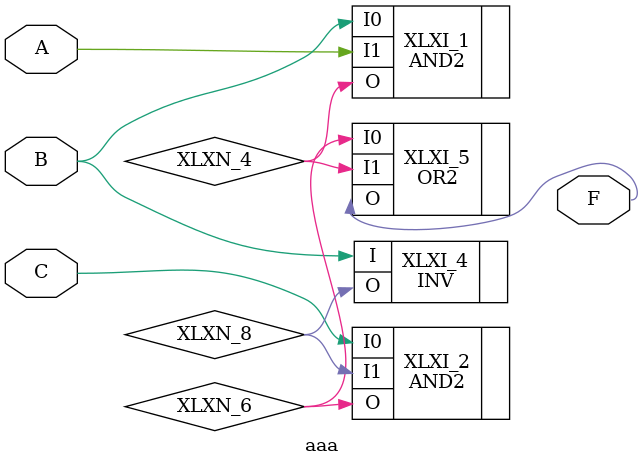
<source format=v>
`timescale 1ns / 1ps

module aaa(A, 
           B, 
           C, 
           F);

    input A;
    input B;
    input C;
   output F;
   
   wire XLXN_4;
   wire XLXN_6;
   wire XLXN_8;
   
   AND2 XLXI_1 (.I0(B), 
                .I1(A), 
                .O(XLXN_4));
   AND2 XLXI_2 (.I0(C), 
                .I1(XLXN_8), 
                .O(XLXN_6));
   INV XLXI_4 (.I(B), 
               .O(XLXN_8));
   OR2 XLXI_5 (.I0(XLXN_6), 
               .I1(XLXN_4), 
               .O(F));
endmodule

</source>
